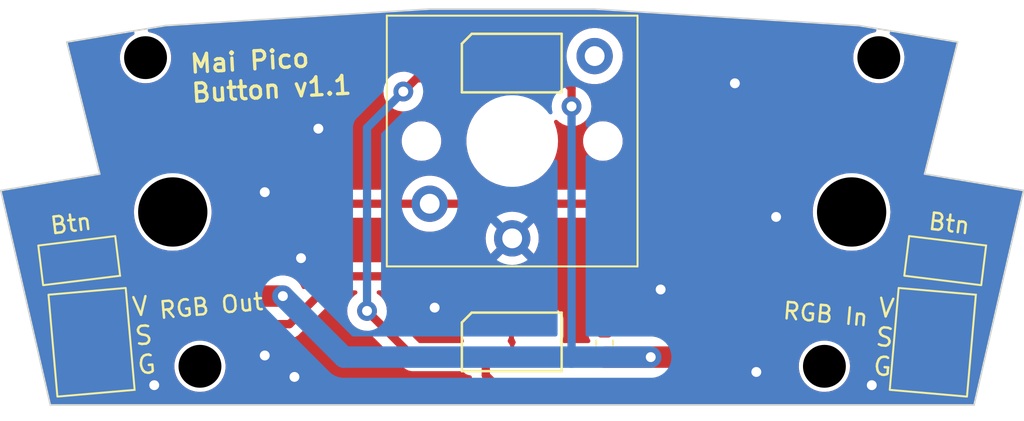
<source format=kicad_pcb>
(kicad_pcb (version 20221018) (generator pcbnew)
  (title_block (title "Mai Button"))
  (layers (0 "F.Cu" signal) (31 "B.Cu" signal) (34 "B.Paste" user) (35 "F.Paste" user) (36 "B.SilkS" user "B.Silkscreen") (37 "F.SilkS" user "F.Silkscreen") (38 "B.Mask" user) (39 "F.Mask" user) (44 "Edge.Cuts" user))
  (net 0 "")
  (net 1 "GND")
  (net 2 "+5V")
  (net 3 "Net-(D1-In)")
  (net 4 "Net-(D1-Out)")
  (net 6 "Net-(J2-Pin_1)")
  (footprint "mai_button:WS2812B-2835" (layer "F.Cu") (at 110.32 144.6 180)
    (fp_text reference "D1" hide)
    (fp_text value "WS2812B_Unified" hide)
    (fp_line (start -3 -1.75) (end -3 1.8) (stroke (width 0.15)) (layer "F.SilkS"))
    (fp_line (start -3 -1.75) (end 3.05 -1.75) (stroke (width 0.15)) (layer "F.SilkS"))
    (fp_line (start -3 1.8) (end 2.45 1.8) (stroke (width 0.15)) (layer "F.SilkS"))
    (fp_line (start 2.45 1.8) (end 3.05 1.2) (stroke (width 0.15)) (layer "F.SilkS"))
    (fp_line (start 3.05 -1.75) (end 3.05 1.2) (stroke (width 0.15)) (layer "F.SilkS"))
    (pad "G" smd rect (at 1.6 0.9 180) (size 1.8 1) (layers "F.Cu" "F.Paste" "F.Mask") (net 1 "GND"))
    (pad "I" smd rect (at 1.6 -0.9 180) (size 1.8 1) (layers "F.Cu" "F.Paste" "F.Mask") (net 3 "Net-(D1-In)"))
    (pad "O" smd rect (at -1.6 0.9 180) (size 1.8 1) (layers "F.Cu" "F.Paste" "F.Mask") (net 4 "Net-(D1-Out)"))
    (pad "V" smd rect (at -1.6 -0.9 180) (size 1.8 1) (layers "F.Cu" "F.Paste" "F.Mask") (net 2 "+5V"))
  )
  (footprint "mai_button:Hole2.5" (layer "F.Cu") (at 91.392 146.056)
    (fp_text reference "SCR3" hide)
    (fp_text value "ScrewHole" hide)
    (pad "" np_thru_hole circle (at 0 0) (size 2.6 2.6) (drill 2.6) (layers "*.Mask"))
  )
  (footprint "mai_button:Solder_3P" (layer "F.Cu") (at 84.82 144.6 5)
    (fp_text reference "J3" hide)
    (fp_text value "RGB Out" (at 7.414154 -1.559749 5) (layer "F.SilkS"))
    (fp_rect (start -2.35 -3.1) (end 2.35 3.1) (stroke (width 0.12)) (fill none) (layer "F.SilkS"))
    (pad "1" smd roundrect (at 0 -2 5) (size 4 1.3) (layers "F.Cu" "F.Paste" "F.Mask") (net 2 "+5V"))
    (pad "2" smd oval (at 0 0 5) (size 4 1.3) (layers "F.Cu" "F.Paste" "F.Mask") (net 4 "Net-(D1-Out)"))
    (pad "3" smd oval (at 0 2 5) (size 4 1.3) (layers "F.Cu" "F.Paste" "F.Mask") (net 1 "GND"))
  )
  (footprint "mai_button:Solder_3P" (layer "F.Cu") (at 135.82 144.6 -5)
    (fp_text reference "J1" hide)
    (fp_text value "RGB In" (at -6.62343 -1.127019 175) (layer "F.SilkS"))
    (fp_rect (start -2.35 -3.1) (end 2.35 3.1) (stroke (width 0.12)) (fill none) (layer "F.SilkS"))
    (pad "1" smd roundrect (at 0 -2 355) (size 4 1.3) (layers "F.Cu" "F.Paste" "F.Mask") (net 2 "+5V"))
    (pad "2" smd oval (at 0 0 355) (size 4 1.3) (layers "F.Cu" "F.Paste" "F.Mask") (net 3 "Net-(D1-In)"))
    (pad "3" smd oval (at 0 2 355) (size 4 1.3) (layers "F.Cu" "F.Paste" "F.Mask") (net 1 "GND"))
  )
  (footprint "mai_button:WS2812B-2835" (layer "F.Cu") (at 110.32 127.7 180)
    (fp_text reference "D2" hide)
    (fp_text value "WS2812B_Unified" hide)
    (fp_line (start -3 -1.75) (end -3 1.8) (stroke (width 0.15)) (layer "F.SilkS"))
    (fp_line (start -3 -1.75) (end 3.05 -1.75) (stroke (width 0.15)) (layer "F.SilkS"))
    (fp_line (start -3 1.8) (end 2.45 1.8) (stroke (width 0.15)) (layer "F.SilkS"))
    (fp_line (start 2.45 1.8) (end 3.05 1.2) (stroke (width 0.15)) (layer "F.SilkS"))
    (fp_line (start 3.05 -1.75) (end 3.05 1.2) (stroke (width 0.15)) (layer "F.SilkS"))
    (pad "G" smd rect (at 1.6 0.9 180) (size 1.8 1) (layers "F.Cu" "F.Paste" "F.Mask") (net 1 "GND"))
    (pad "I" smd rect (at 1.6 -0.9 180) (size 1.8 1) (layers "F.Cu" "F.Paste" "F.Mask") (net 3 "Net-(D1-In)"))
    (pad "O" smd rect (at -1.6 0.9 180) (size 1.8 1) (layers "F.Cu" "F.Paste" "F.Mask"))
    (pad "V" smd rect (at -1.6 -0.9 180) (size 1.8 1) (layers "F.Cu" "F.Paste" "F.Mask") (net 2 "+5V"))
  )
  (footprint "mai_button:Hole2.5" (layer "F.Cu") (at 132.547 127.345)
    (fp_text reference "SCR2" hide)
    (fp_text value "ScrewHole" hide)
    (pad "" np_thru_hole circle (at 0 0) (size 2.6 2.6) (drill 2.6) (layers "*.Mask"))
  )
  (footprint "mai_button:Hole2.5" (layer "F.Cu") (at 88.093 127.345)
    (fp_text reference "SCR1" hide)
    (fp_text value "ScrewHole" hide)
    (pad "" np_thru_hole circle (at 0 0) (size 2.6 2.6) (drill 2.6) (layers "*.Mask"))
  )
  (footprint "mai_button:Solder_1P" (layer "F.Cu") (at 136.57 139.65 -7)
    (fp_text reference "J2" hide)
    (fp_text value "Btn" (at -0.026069 -2.263696 173) (layer "F.SilkS"))
    (fp_rect (start -2.35 -1.211) (end 2.35 1.211) (stroke (width 0.12)) (fill none) (layer "F.SilkS"))
    (pad "1" smd roundrect (at 0 0 353) (size 4 1.3) (layers "F.Cu" "F.Paste" "F.Mask") (net 6 "Net-(J2-Pin_1)"))
  )
  (footprint "mai_button:Hole4.0" (layer "F.Cu") (at 89.743 136.7)
    (fp_text reference "SCR5" hide)
    (fp_text value "ScrewHole" hide)
    (pad "" np_thru_hole circle (at 0 0) (size 4.2 4.2) (drill 4.2) (layers "*.Mask"))
  )
  (footprint "mai_button:Hole4.0" (layer "F.Cu") (at 130.897 136.7)
    (fp_text reference "SCR6" hide)
    (fp_text value "ScrewHole" hide)
    (pad "" np_thru_hole circle (at 0 0) (size 4.2 4.2) (drill 4.2) (layers "*.Mask"))
  )
  (footprint "mai_button:SW_Kailh_Choc_V1V2_1.00u_LED" (layer "F.Cu") (at 110.32 132.4 180)
    (fp_text reference "SW1" hide)
    (fp_text value "SW_DIP_x01" hide)
    (fp_line (start -7.6 -7.6) (end -7.6 7.6) (stroke (width 0.12)) (layer "F.SilkS"))
    (fp_line (start -7.6 7.6) (end 7.6 7.6) (stroke (width 0.12)) (layer "F.SilkS"))
    (fp_line (start 7.6 -7.6) (end -7.6 -7.6) (stroke (width 0.12)) (layer "F.SilkS"))
    (fp_line (start 7.6 7.6) (end 7.6 -7.6) (stroke (width 0.12)) (layer "F.SilkS"))
    (pad "" np_thru_hole circle (at -5.5 0 180) (size 1.9 1.9) (drill 1.9) (layers "*.Cu" "*.Mask"))
    (pad "" thru_hole circle (at -5 5.15 180) (size 2.2 2.2) (drill 1.2) (layers "*.Cu" "B.Mask"))
    (pad "" np_thru_hole circle (at 0 0 180) (size 5.05 5.05) (drill 5.05) (layers "*.Cu" "*.Mask"))
    (pad "" np_thru_hole circle (at 5.5 0 180) (size 1.9 1.9) (drill 1.9) (layers "*.Cu" "*.Mask"))
    (pad "1" thru_hole circle (at 0 -5.9 180) (size 2.2 2.2) (drill 1.2) (layers "*.Cu" "B.Mask") (net 1 "GND"))
    (pad "2" thru_hole circle (at 5 -3.8 180) (size 2.2 2.2) (drill 1.2) (layers "*.Cu" "B.Mask") (net 6 "Net-(J2-Pin_1)"))
  )
  (footprint "mai_button:Solder_1P" (layer "F.Cu") (at 84.07 139.65 7)
    (fp_text reference "J4" hide)
    (fp_text value "Btn" (at -0.222067 -2.294164 7) (layer "F.SilkS"))
    (fp_rect (start -2.35 -1.211) (end 2.35 1.211) (stroke (width 0.12)) (fill none) (layer "F.SilkS"))
    (pad "1" smd roundrect (at 0 0 7) (size 4 1.3) (layers "F.Cu" "F.Paste" "F.Mask") (net 6 "Net-(J2-Pin_1)"))
  )
  (footprint "Capacitor_SMD:C_0603_1608Metric_Pad1.08x0.95mm_HandSolder" (layer "F.Cu") (at 115.92 144.6375 90)
    (fp_text reference "C1" hide)
    (fp_text value "0.1uF" hide)
    (fp_line (start -0.146267 -0.51) (end 0.146267 -0.51) (stroke (width 0.12)) (layer "F.SilkS"))
    (fp_line (start -0.146267 0.51) (end 0.146267 0.51) (stroke (width 0.12)) (layer "F.SilkS"))
    (pad "1" smd roundrect (at -0.8625 0 90) (size 1.075 0.95) (layers "F.Cu" "F.Paste" "F.Mask") (net 2 "+5V"))
    (pad "2" smd roundrect (at 0.8625 0 90) (size 1.075 0.95) (layers "F.Cu" "F.Paste" "F.Mask") (net 1 "GND"))
  )
  (footprint "mai_button:Hole2.5" (layer "F.Cu") (at 129.248 146.056)
    (fp_text reference "SCR4" hide)
    (fp_text value "ScrewHole" hide)
    (pad "" np_thru_hole circle (at 0 0) (size 2.6 2.6) (drill 2.6) (layers "*.Mask"))
  )
  (gr_line (start 115.32 124.4) (end 131.32 125.4) (stroke (width 0.1)) (layer "Edge.Cuts"))
  (gr_line (start 131.32 125.4) (end 137.32 126.4) (stroke (width 0.1)) (layer "Edge.Cuts"))
  (gr_line (start 135.32 134.4) (end 141.32 135.4) (stroke (width 0.1)) (layer "Edge.Cuts"))
  (gr_line (start 138.32 148.4) (end 82.32 148.4) (stroke (width 0.1)) (layer "Edge.Cuts"))
  (gr_line (start 137.32 126.4) (end 135.32 134.4) (stroke (width 0.1)) (layer "Edge.Cuts"))
  (gr_line (start 83.32 126.4) (end 89.32 125.4) (stroke (width 0.1)) (layer "Edge.Cuts"))
  (gr_line (start 89.32 125.4) (end 105.32 124.4) (stroke (width 0.1)) (layer "Edge.Cuts"))
  (gr_line (start 85.32 134.4) (end 83.32 126.4) (stroke (width 0.1)) (layer "Edge.Cuts"))
  (gr_line (start 105.32 124.4) (end 115.32 124.4) (stroke (width 0.1)) (layer "Edge.Cuts"))
  (gr_line (start 141.32 135.4) (end 138.32 148.4) (stroke (width 0.1)) (layer "Edge.Cuts"))
  (gr_line (start 79.32 135.4) (end 85.32 134.4) (stroke (width 0.1)) (layer "Edge.Cuts"))
  (gr_line (start 82.32 148.4) (end 79.32 135.4) (stroke (width 0.1)) (layer "Edge.Cuts"))
  (gr_text "V\nS\nG" (at 87.57 146.65 5) (layer "F.SilkS") (effects (font (size 1.1 1.1)) (justify left bottom)))
  (gr_text "Mai Pico\nButton v1.1" (at 90.82 130.15 3) (layer "F.SilkS") (effects (font (size 1.1 1.1) (thickness 0.2) bold) (justify left bottom)))
  (gr_text "V\nS\nG" (at 132.07 146.65 355) (layer "F.SilkS") (effects (font (size 1.1 1.1)) (justify left bottom)))
  (segment (start 132.12 147.2) (end 132.92 146.4) (width 1.3) (layer "F.Cu") (net 1))
  (segment (start 84.994311 146.592389) (end 88.012389 146.592389) (width 1.3) (layer "F.Cu") (net 1))
  (segment (start 133.42 146.4) (end 135.645689 146.592389) (width 1.3) (layer "F.Cu") (net 1))
  (segment (start 132.92 146.4) (end 133.42 146.4) (width 1.3) (layer "F.Cu") (net 1))
  (segment (start 88.012389 146.592389) (end 88.62 147.2) (width 1.3) (layer "F.Cu") (net 1))
  (via (at 126.32 137) (size 1.2) (drill 0.6) (layers "F.Cu" "B.Cu") (net 1))
  (via (at 123.82 128.9) (size 1.2) (drill 0.6) (layers "F.Cu" "B.Cu") (net 1))
  (via (at 125.12 146.4) (size 1.2) (drill 0.6) (layers "F.Cu" "B.Cu") (net 1))
  (via (at 97.12 146.7) (size 1.2) (drill 0.6) (layers "F.Cu" "B.Cu") (net 1))
  (via (at 95.32 135.5) (size 1.2) (drill 0.6) (layers "F.Cu" "B.Cu") (net 1))
  (via (at 88.62 147.2) (size 1.2) (drill 0.6) (layers "F.Cu" "B.Cu") (net 1))
  (via (at 97.52 139.5) (size 1.2) (drill 0.6) (layers "F.Cu" "B.Cu") (net 1))
  (via (at 132.12 147.2) (size 1.2) (drill 0.6) (layers "F.Cu" "B.Cu") (net 1))
  (via (at 105.62 142.5) (size 1.2) (drill 0.6) (layers "F.Cu" "B.Cu") (net 1))
  (via (at 119.32 141.4) (size 1.2) (drill 0.6) (layers "F.Cu" "B.Cu") (net 1))
  (via (at 95.32 145.4) (size 1.2) (drill 0.6) (layers "F.Cu" "B.Cu") (net 1))
  (via (at 98.57 131.65) (size 1.2) (drill 0.6) (layers "F.Cu" "B.Cu") (net 1))
  (segment (start 124.02 142.1) (end 120.32 145.5) (width 1.3) (layer "F.Cu") (net 2))
  (segment (start 135.994311 142.607611) (end 131.02 142.1) (width 1.3) (layer "F.Cu") (net 2))
  (segment (start 131.02 142.1) (end 124.02 142.1) (width 1.3) (layer "F.Cu") (net 2))
  (segment (start 113.92 129.2) (end 113.32 128.6) (width 0.5) (layer "F.Cu") (net 2))
  (segment (start 115.92 145.5) (end 111.92 145.5) (width 0.5) (layer "F.Cu") (net 2))
  (segment (start 88.62 141.8) (end 87.82 142.3) (width 1.3) (layer "F.Cu") (net 2))
  (segment (start 87.82 142.3) (end 84.645689 142.607611) (width 1.3) (layer "F.Cu") (net 2))
  (segment (start 113.32 128.6) (end 111.92 128.6) (width 0.5) (layer "F.Cu") (net 2))
  (segment (start 96.42 141.8) (end 88.62 141.8) (width 1.3) (layer "F.Cu") (net 2))
  (segment (start 113.92 130.3) (end 113.92 129.2) (width 0.5) (layer "F.Cu") (net 2))
  (segment (start 120.32 145.5) (end 115.92 145.5) (width 1.3) (layer "F.Cu") (net 2))
  (via (at 118.72 145.5) (size 1.2) (drill 0.6) (layers "F.Cu" "B.Cu") (net 2))
  (via (at 96.42 141.8) (size 1.2) (drill 0.6) (layers "F.Cu" "B.Cu") (net 2))
  (via (at 113.92 130.3) (size 1.2) (drill 0.6) (layers "F.Cu" "B.Cu") (net 2))
  (segment (start 113.92 145.5) (end 113.92 130.3) (width 0.5) (layer "B.Cu") (net 2))
  (segment (start 100.12 145.5) (end 113.92 145.5) (width 1.3) (layer "B.Cu") (net 2))
  (segment (start 96.42 141.8) (end 100.12 145.5) (width 1.3) (layer "B.Cu") (net 2))
  (segment (start 113.92 145.5) (end 118.72 145.5) (width 1.3) (layer "B.Cu") (net 2))
  (segment (start 121.62 147.2) (end 109.32 147.2) (width 0.5) (layer "F.Cu") (net 3))
  (segment (start 104.52 128.6) (end 108.72 128.6) (width 0.5) (layer "F.Cu") (net 3))
  (segment (start 109.32 147.2) (end 108.72 146.6) (width 0.5) (layer "F.Cu") (net 3))
  (segment (start 132.82 144.3) (end 130.82 143.8) (width 0.5) (layer "F.Cu") (net 3))
  (segment (start 130.82 143.8) (end 125.02 143.8) (width 0.5) (layer "F.Cu") (net 3))
  (segment (start 104.32 145.5) (end 101.52 142.7) (width 0.5) (layer "F.Cu") (net 3))
  (segment (start 108.72 145.5) (end 104.32 145.5) (width 0.5) (layer "F.Cu") (net 3))
  (segment (start 103.72 129.4) (end 104.52 128.6) (width 0.5) (layer "F.Cu") (net 3))
  (segment (start 108.72 146.6) (end 108.72 145.5) (width 0.5) (layer "F.Cu") (net 3))
  (segment (start 135.82 144.6) (end 132.82 144.3) (width 0.5) (layer "F.Cu") (net 3))
  (segment (start 125.02 143.8) (end 121.62 147.2) (width 0.5) (layer "F.Cu") (net 3))
  (via (at 103.72 129.4) (size 1.2) (drill 0.6) (layers "F.Cu" "B.Cu") (net 3))
  (via (at 101.52 142.7) (size 1.2) (drill 0.6) (layers "F.Cu" "B.Cu") (net 3))
  (segment (start 101.52 142.7) (end 101.52 131.6) (width 0.5) (layer "B.Cu") (net 3))
  (segment (start 101.52 131.6) (end 103.72 129.4) (width 0.5) (layer "B.Cu") (net 3))
  (segment (start 89.72 143.5) (end 87.92 144.3) (width 0.5) (layer "F.Cu") (net 4))
  (segment (start 111.92 143.7) (end 111.92 142.7) (width 0.5) (layer "F.Cu") (net 4))
  (segment (start 99.72 140.6) (end 96.82 143.5) (width 0.5) (layer "F.Cu") (net 4))
  (segment (start 109.82 140.6) (end 99.72 140.6) (width 0.5) (layer "F.Cu") (net 4))
  (segment (start 87.92 144.3) (end 84.82 144.6) (width 0.5) (layer "F.Cu") (net 4))
  (segment (start 96.82 143.5) (end 89.72 143.5) (width 0.5) (layer "F.Cu") (net 4))
  (segment (start 111.92 142.7) (end 109.82 140.6) (width 0.5) (layer "F.Cu") (net 4))
  (segment (start 136.57 138.15) (end 136.57 139.65) (width 0.5) (layer "F.Cu") (net 6))
  (segment (start 97.42 133.4) (end 88.32 133.4) (width 0.5) (layer "F.Cu") (net 6))
  (segment (start 136.57 139.65) (end 136.57 137.9) (width 0.5) (layer "F.Cu") (net 6))
  (segment (start 105.32 136.2) (end 100.22 136.2) (width 0.5) (layer "F.Cu") (net 6))
  (segment (start 131.97 133.3) (end 125.52 133.3) (width 0.5) (layer "F.Cu") (net 6))
  (segment (start 100.22 136.2) (end 97.42 133.4) (width 0.5) (layer "F.Cu") (net 6))
  (segment (start 136.57 137.9) (end 131.97 133.3) (width 0.5) (layer "F.Cu") (net 6))
  (segment (start 84.07 137.65) (end 84.07 139.65) (width 0.5) (layer "F.Cu") (net 6))
  (segment (start 88.32 133.4) (end 84.07 137.65) (width 0.5) (layer "F.Cu") (net 6))
  (segment (start 125.52 133.3) (end 122.62 136.2) (width 0.5) (layer "F.Cu") (net 6))
  (segment (start 122.62 136.2) (end 105.32 136.2) (width 0.5) (layer "F.Cu") (net 6))
  (zone (net 1) (net_name "GND") (layers "F&B.Cu") (connect_pads (clearance 0.6)) (min_thickness 0.254) (fill yes (thermal_gap 0.508) (thermal_bridge_width 0.508))
    (polygon (pts (xy 141.32 149.4) (xy 79.32 149.4) (xy 79.32 124.4) (xy 141.32 124.4)))
  )
)
</source>
